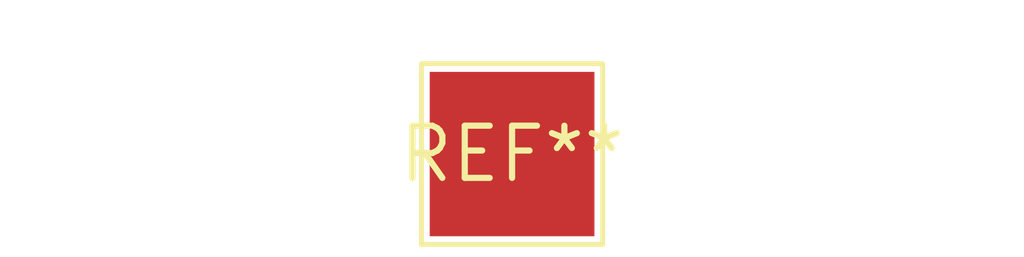
<source format=kicad_pcb>
(kicad_pcb (version 20240108) (generator pcbnew)
  (layers (0 "F.Cu" signal) (31 "B.Cu" signal) (34 "B.Paste" user) (35 "F.Paste" user) (36 "B.SilkS" user "B.Silkscreen") (37 "F.SilkS" user "F.Silkscreen") (38 "B.Mask" user) (39 "F.Mask" user) (44 "Edge.Cuts" user))
  (net 0 "")
  (footprint "TestPoint_Pad_4.0x4.0mm" (layer "F.Cu") (at 0 0)
    (property "Reference" "REF**")
    (property "Value" "TestPoint_Pad_4.0x4.0mm")
    (fp_line (start -2.2 -2.2) (end 2.2 -2.2) (layer "F.SilkS") (stroke (width 0.12)))
    (fp_line (start -2.2 2.2) (end -2.2 -2.2) (layer "F.SilkS") (stroke (width 0.12)))
    (fp_line (start 2.2 -2.2) (end 2.2 2.2) (layer "F.SilkS") (stroke (width 0.12)))
    (fp_line (start 2.2 2.2) (end -2.2 2.2) (layer "F.SilkS") (stroke (width 0.12)))
    (pad "1" smd rect (at 0 0) (size 4 4) (layers "F.Cu" "F.Mask"))
  )
)
</source>
